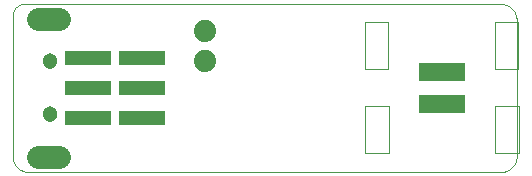
<source format=gbs>
G75*
%MOIN*%
%OFA0B0*%
%FSLAX24Y24*%
%IPPOS*%
%LPD*%
%AMOC8*
5,1,8,0,0,1.08239X$1,22.5*
%
%ADD10C,0.0000*%
%ADD11R,0.1530X0.0474*%
%ADD12C,0.0740*%
%ADD13R,0.1575X0.0630*%
%ADD14C,0.0039*%
%ADD15C,0.0780*%
%ADD16C,0.0513*%
%ADD17C,0.0395*%
D10*
X006380Y002193D02*
X022180Y002193D01*
X022224Y002195D01*
X022267Y002201D01*
X022309Y002210D01*
X022351Y002223D01*
X022391Y002240D01*
X022430Y002260D01*
X022467Y002283D01*
X022501Y002310D01*
X022534Y002339D01*
X022563Y002372D01*
X022590Y002406D01*
X022613Y002443D01*
X022633Y002482D01*
X022650Y002522D01*
X022663Y002564D01*
X022672Y002606D01*
X022678Y002649D01*
X022680Y002693D01*
X022680Y007293D01*
X022674Y007338D01*
X022664Y007383D01*
X022651Y007426D01*
X022634Y007469D01*
X022613Y007510D01*
X022590Y007549D01*
X022563Y007586D01*
X022533Y007620D01*
X022501Y007652D01*
X022466Y007681D01*
X022428Y007708D01*
X022389Y007731D01*
X022348Y007750D01*
X022305Y007766D01*
X022261Y007779D01*
X022217Y007788D01*
X022171Y007793D01*
X022126Y007795D01*
X022080Y007793D01*
X006280Y007793D01*
X006241Y007791D01*
X006202Y007785D01*
X006164Y007776D01*
X006127Y007763D01*
X006091Y007746D01*
X006058Y007726D01*
X006026Y007702D01*
X005997Y007676D01*
X005971Y007647D01*
X005947Y007615D01*
X005927Y007582D01*
X005910Y007546D01*
X005897Y007509D01*
X005888Y007471D01*
X005882Y007432D01*
X005880Y007393D01*
X005880Y002693D01*
X005882Y002649D01*
X005888Y002606D01*
X005897Y002564D01*
X005910Y002522D01*
X005927Y002482D01*
X005947Y002443D01*
X005970Y002406D01*
X005997Y002372D01*
X006026Y002339D01*
X006059Y002310D01*
X006093Y002283D01*
X006130Y002260D01*
X006169Y002240D01*
X006209Y002223D01*
X006251Y002210D01*
X006293Y002201D01*
X006336Y002195D01*
X006380Y002193D01*
X006609Y002690D02*
X006611Y002715D01*
X006617Y002739D01*
X006626Y002761D01*
X006639Y002782D01*
X006655Y002801D01*
X006674Y002817D01*
X006695Y002830D01*
X006717Y002839D01*
X006741Y002845D01*
X006766Y002847D01*
X006791Y002845D01*
X006815Y002839D01*
X006837Y002830D01*
X006858Y002817D01*
X006877Y002801D01*
X006893Y002782D01*
X006906Y002761D01*
X006915Y002739D01*
X006921Y002715D01*
X006923Y002690D01*
X006921Y002665D01*
X006915Y002641D01*
X006906Y002619D01*
X006893Y002598D01*
X006877Y002579D01*
X006858Y002563D01*
X006837Y002550D01*
X006815Y002541D01*
X006791Y002535D01*
X006766Y002533D01*
X006741Y002535D01*
X006717Y002541D01*
X006695Y002550D01*
X006674Y002563D01*
X006655Y002579D01*
X006639Y002598D01*
X006626Y002619D01*
X006617Y002641D01*
X006611Y002665D01*
X006609Y002690D01*
X006766Y002690D02*
X006768Y002715D01*
X006774Y002739D01*
X006783Y002761D01*
X006796Y002782D01*
X006812Y002801D01*
X006831Y002817D01*
X006852Y002830D01*
X006874Y002839D01*
X006898Y002845D01*
X006923Y002847D01*
X006948Y002845D01*
X006972Y002839D01*
X006994Y002830D01*
X007015Y002817D01*
X007034Y002801D01*
X007050Y002782D01*
X007063Y002761D01*
X007072Y002739D01*
X007078Y002715D01*
X007080Y002690D01*
X007078Y002665D01*
X007072Y002641D01*
X007063Y002619D01*
X007050Y002598D01*
X007034Y002579D01*
X007015Y002563D01*
X006994Y002550D01*
X006972Y002541D01*
X006948Y002535D01*
X006923Y002533D01*
X006898Y002535D01*
X006874Y002541D01*
X006852Y002550D01*
X006831Y002563D01*
X006812Y002579D01*
X006796Y002598D01*
X006783Y002619D01*
X006774Y002641D01*
X006768Y002665D01*
X006766Y002690D01*
X007081Y002690D02*
X007083Y002715D01*
X007089Y002739D01*
X007098Y002761D01*
X007111Y002782D01*
X007127Y002801D01*
X007146Y002817D01*
X007167Y002830D01*
X007189Y002839D01*
X007213Y002845D01*
X007238Y002847D01*
X007263Y002845D01*
X007287Y002839D01*
X007309Y002830D01*
X007330Y002817D01*
X007349Y002801D01*
X007365Y002782D01*
X007378Y002761D01*
X007387Y002739D01*
X007393Y002715D01*
X007395Y002690D01*
X007393Y002665D01*
X007387Y002641D01*
X007378Y002619D01*
X007365Y002598D01*
X007349Y002579D01*
X007330Y002563D01*
X007309Y002550D01*
X007287Y002541D01*
X007263Y002535D01*
X007238Y002533D01*
X007213Y002535D01*
X007189Y002541D01*
X007167Y002550D01*
X007146Y002563D01*
X007127Y002579D01*
X007111Y002598D01*
X007098Y002619D01*
X007089Y002641D01*
X007083Y002665D01*
X007081Y002690D01*
X007239Y002690D02*
X007241Y002715D01*
X007247Y002739D01*
X007256Y002761D01*
X007269Y002782D01*
X007285Y002801D01*
X007304Y002817D01*
X007325Y002830D01*
X007347Y002839D01*
X007371Y002845D01*
X007396Y002847D01*
X007421Y002845D01*
X007445Y002839D01*
X007467Y002830D01*
X007488Y002817D01*
X007507Y002801D01*
X007523Y002782D01*
X007536Y002761D01*
X007545Y002739D01*
X007551Y002715D01*
X007553Y002690D01*
X007551Y002665D01*
X007545Y002641D01*
X007536Y002619D01*
X007523Y002598D01*
X007507Y002579D01*
X007488Y002563D01*
X007467Y002550D01*
X007445Y002541D01*
X007421Y002535D01*
X007396Y002533D01*
X007371Y002535D01*
X007347Y002541D01*
X007325Y002550D01*
X007304Y002563D01*
X007285Y002579D01*
X007269Y002598D01*
X007256Y002619D01*
X007247Y002641D01*
X007241Y002665D01*
X007239Y002690D01*
X006892Y004107D02*
X006894Y004136D01*
X006900Y004164D01*
X006909Y004192D01*
X006922Y004218D01*
X006939Y004241D01*
X006958Y004263D01*
X006980Y004282D01*
X007005Y004297D01*
X007031Y004310D01*
X007059Y004318D01*
X007087Y004323D01*
X007116Y004324D01*
X007145Y004321D01*
X007173Y004314D01*
X007200Y004304D01*
X007226Y004290D01*
X007249Y004273D01*
X007270Y004253D01*
X007288Y004230D01*
X007303Y004205D01*
X007314Y004178D01*
X007322Y004150D01*
X007326Y004121D01*
X007326Y004093D01*
X007322Y004064D01*
X007314Y004036D01*
X007303Y004009D01*
X007288Y003984D01*
X007270Y003961D01*
X007249Y003941D01*
X007226Y003924D01*
X007200Y003910D01*
X007173Y003900D01*
X007145Y003893D01*
X007116Y003890D01*
X007087Y003891D01*
X007059Y003896D01*
X007031Y003904D01*
X007005Y003917D01*
X006980Y003932D01*
X006958Y003951D01*
X006939Y003973D01*
X006922Y003996D01*
X006909Y004022D01*
X006900Y004050D01*
X006894Y004078D01*
X006892Y004107D01*
X006892Y005879D02*
X006894Y005908D01*
X006900Y005936D01*
X006909Y005964D01*
X006922Y005990D01*
X006939Y006013D01*
X006958Y006035D01*
X006980Y006054D01*
X007005Y006069D01*
X007031Y006082D01*
X007059Y006090D01*
X007087Y006095D01*
X007116Y006096D01*
X007145Y006093D01*
X007173Y006086D01*
X007200Y006076D01*
X007226Y006062D01*
X007249Y006045D01*
X007270Y006025D01*
X007288Y006002D01*
X007303Y005977D01*
X007314Y005950D01*
X007322Y005922D01*
X007326Y005893D01*
X007326Y005865D01*
X007322Y005836D01*
X007314Y005808D01*
X007303Y005781D01*
X007288Y005756D01*
X007270Y005733D01*
X007249Y005713D01*
X007226Y005696D01*
X007200Y005682D01*
X007173Y005672D01*
X007145Y005665D01*
X007116Y005662D01*
X007087Y005663D01*
X007059Y005668D01*
X007031Y005676D01*
X007005Y005689D01*
X006980Y005704D01*
X006958Y005723D01*
X006939Y005745D01*
X006922Y005768D01*
X006909Y005794D01*
X006900Y005822D01*
X006894Y005850D01*
X006892Y005879D01*
X006766Y007296D02*
X006768Y007321D01*
X006774Y007345D01*
X006783Y007367D01*
X006796Y007388D01*
X006812Y007407D01*
X006831Y007423D01*
X006852Y007436D01*
X006874Y007445D01*
X006898Y007451D01*
X006923Y007453D01*
X006948Y007451D01*
X006972Y007445D01*
X006994Y007436D01*
X007015Y007423D01*
X007034Y007407D01*
X007050Y007388D01*
X007063Y007367D01*
X007072Y007345D01*
X007078Y007321D01*
X007080Y007296D01*
X007078Y007271D01*
X007072Y007247D01*
X007063Y007225D01*
X007050Y007204D01*
X007034Y007185D01*
X007015Y007169D01*
X006994Y007156D01*
X006972Y007147D01*
X006948Y007141D01*
X006923Y007139D01*
X006898Y007141D01*
X006874Y007147D01*
X006852Y007156D01*
X006831Y007169D01*
X006812Y007185D01*
X006796Y007204D01*
X006783Y007225D01*
X006774Y007247D01*
X006768Y007271D01*
X006766Y007296D01*
X006609Y007296D02*
X006611Y007321D01*
X006617Y007345D01*
X006626Y007367D01*
X006639Y007388D01*
X006655Y007407D01*
X006674Y007423D01*
X006695Y007436D01*
X006717Y007445D01*
X006741Y007451D01*
X006766Y007453D01*
X006791Y007451D01*
X006815Y007445D01*
X006837Y007436D01*
X006858Y007423D01*
X006877Y007407D01*
X006893Y007388D01*
X006906Y007367D01*
X006915Y007345D01*
X006921Y007321D01*
X006923Y007296D01*
X006921Y007271D01*
X006915Y007247D01*
X006906Y007225D01*
X006893Y007204D01*
X006877Y007185D01*
X006858Y007169D01*
X006837Y007156D01*
X006815Y007147D01*
X006791Y007141D01*
X006766Y007139D01*
X006741Y007141D01*
X006717Y007147D01*
X006695Y007156D01*
X006674Y007169D01*
X006655Y007185D01*
X006639Y007204D01*
X006626Y007225D01*
X006617Y007247D01*
X006611Y007271D01*
X006609Y007296D01*
X007081Y007296D02*
X007083Y007321D01*
X007089Y007345D01*
X007098Y007367D01*
X007111Y007388D01*
X007127Y007407D01*
X007146Y007423D01*
X007167Y007436D01*
X007189Y007445D01*
X007213Y007451D01*
X007238Y007453D01*
X007263Y007451D01*
X007287Y007445D01*
X007309Y007436D01*
X007330Y007423D01*
X007349Y007407D01*
X007365Y007388D01*
X007378Y007367D01*
X007387Y007345D01*
X007393Y007321D01*
X007395Y007296D01*
X007393Y007271D01*
X007387Y007247D01*
X007378Y007225D01*
X007365Y007204D01*
X007349Y007185D01*
X007330Y007169D01*
X007309Y007156D01*
X007287Y007147D01*
X007263Y007141D01*
X007238Y007139D01*
X007213Y007141D01*
X007189Y007147D01*
X007167Y007156D01*
X007146Y007169D01*
X007127Y007185D01*
X007111Y007204D01*
X007098Y007225D01*
X007089Y007247D01*
X007083Y007271D01*
X007081Y007296D01*
X007239Y007296D02*
X007241Y007321D01*
X007247Y007345D01*
X007256Y007367D01*
X007269Y007388D01*
X007285Y007407D01*
X007304Y007423D01*
X007325Y007436D01*
X007347Y007445D01*
X007371Y007451D01*
X007396Y007453D01*
X007421Y007451D01*
X007445Y007445D01*
X007467Y007436D01*
X007488Y007423D01*
X007507Y007407D01*
X007523Y007388D01*
X007536Y007367D01*
X007545Y007345D01*
X007551Y007321D01*
X007553Y007296D01*
X007551Y007271D01*
X007545Y007247D01*
X007536Y007225D01*
X007523Y007204D01*
X007507Y007185D01*
X007488Y007169D01*
X007467Y007156D01*
X007445Y007147D01*
X007421Y007141D01*
X007396Y007139D01*
X007371Y007141D01*
X007347Y007147D01*
X007325Y007156D01*
X007304Y007169D01*
X007285Y007185D01*
X007269Y007204D01*
X007256Y007225D01*
X007247Y007247D01*
X007241Y007271D01*
X007239Y007296D01*
D11*
X008380Y005993D03*
X010180Y005993D03*
X010180Y004993D03*
X008380Y004993D03*
X008380Y003993D03*
X010180Y003993D03*
D12*
X012280Y005893D03*
X012280Y006893D03*
D13*
X020180Y005527D03*
X020180Y004459D03*
D14*
X019594Y004341D02*
X020775Y004341D01*
X020775Y004578D01*
X019594Y004578D01*
X019594Y004341D01*
X018412Y004381D02*
X017625Y004381D01*
X017625Y002806D01*
X018412Y002806D01*
X018412Y004381D01*
X019586Y005409D02*
X020767Y005409D01*
X020767Y005645D01*
X019586Y005645D01*
X019586Y005409D01*
X018405Y005606D02*
X018405Y007181D01*
X017617Y007181D01*
X017617Y005606D01*
X018405Y005606D01*
X021948Y005606D02*
X022735Y005606D01*
X022735Y007181D01*
X021948Y007181D01*
X021948Y005606D01*
X021956Y004381D02*
X021956Y002806D01*
X022743Y002806D01*
X022743Y004381D01*
X021956Y004381D01*
D15*
X007431Y002690D02*
X006731Y002690D01*
X006731Y007296D02*
X007431Y007296D01*
D16*
X007109Y005879D03*
X007109Y004107D03*
D17*
X007238Y002690D03*
X007396Y002690D03*
X006923Y002690D03*
X006766Y002690D03*
X006766Y007296D03*
X006923Y007296D03*
X007238Y007296D03*
X007396Y007296D03*
M02*

</source>
